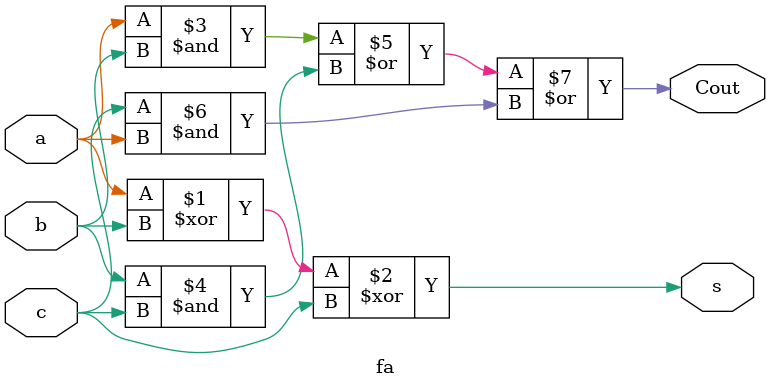
<source format=v>
`timescale 1ns / 1ps


module multiplier(
 input [3:0] A,
  input [3:0] B,
   output [7:0] result
    );
    
    wire [3:0] pp [3:0]; 
    genvar i,j;
    generate
    
        for (i = 0; i < 4; i = i + 1) begin
            for (j = 0; j < 4; j = j + 1) begin
              assign pp[i][j] = A[j] & B[i];
            end
        end
     endgenerate 
      assign result[0]=pp[0][0];
      assign result[1]=pp[0][1]^pp[1][0];
      assign c1=pp[0][1]&pp[1][0];
      wire c1,c2,s1,c3,c4,s2,c5,c6,c7,c8,s3,c9;
     
       
        
        A_compressor a1(pp[0][2],pp[2][0],pp[1][1],c1,result[2],c3);
        A_compressor a2(pp[3][0],pp[0][3],pp[2][1],pp[1][2],s1,c4);
        assign result[3]=s1^c3;
      assign c5=s1&c3;
        fa f1(pp[1][3],pp[2][2],pp[3][1],s2,c6);
        fa f2(c4,c5,s2,result[4],c7);
        fa f3(pp[3][2],pp[2][3],c6,s3,c8);
       
        assign result[5]=s3^c7;
        assign c9=s3&c7;
        fa f4(c9,c8,pp[3][3],result[6],result[7]);
       
endmodule
 
module A_compressor (
    input p1, input p2, input p3, input p4, 
    output Sum, output Carry
);
    assign Sum= p1|p2;
    assign Carry= ~((p1^p2)|(~(p3|p4)));
endmodule


module fa(input a, input b, input c, output s, output Cout);
    assign s    = a ^ b ^ c;
    assign Cout = (a & b) | (b & c) | (c & a);
endmodule

</source>
